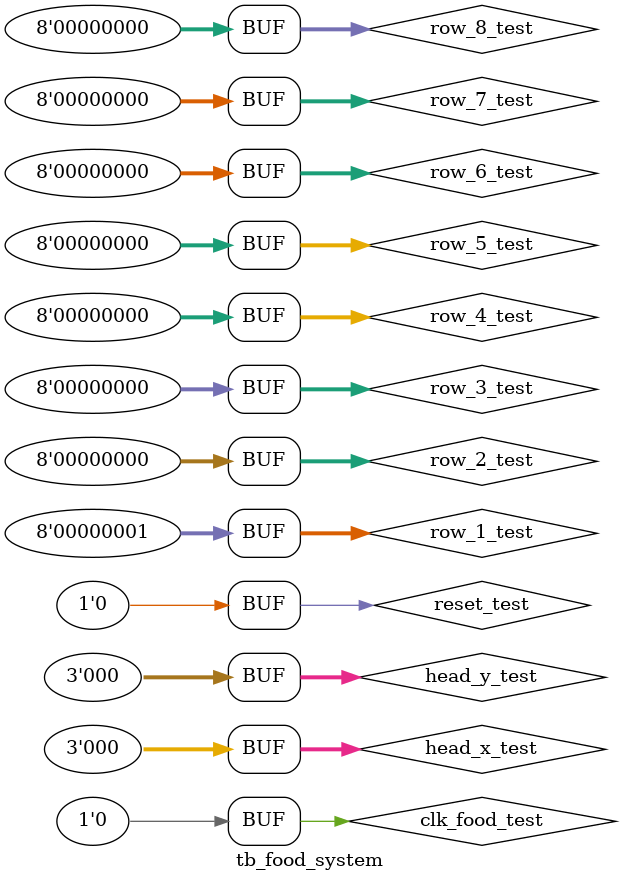
<source format=v>
module tb_food_system();

reg [7:0] row_1_test,row_2_test,row_3_test,row_4_test,row_5_test,row_6_test,row_7_test,row_8_test;
reg [2:0] head_x_test,head_y_test;
reg clk_food_test,reset_test;

wire food_collide_test,new_food_collision_test;

wire [2:0] food_y_test;
wire [2:0] food_x_test;

food_system port_map(

.row_1(row_1_test),
.row_2(row_2_test),
.row_3(row_3_test),
.row_4(row_4_test),
.row_5(row_5_test),
.row_6(row_6_test),
.row_7(row_7_test),
.row_8(row_8_test),
.head_x(head_x_test),
.head_y(head_y_test),
.clk_food(clk_food_test),
.reset(reset_test),
.food_collide(food_collide_test),
.new_food_collision(new_food_collision_test),
.food_y(food_y_test),
.food_x(food_x_test)
);

initial begin
row_1_test = 8'b0;
row_2_test = 8'b0;
row_3_test = 8'b0;
row_4_test = 8'b0;
row_5_test = 8'b0;
row_6_test = 8'b0;
row_7_test = 8'b0;
row_8_test = 8'b0;
head_x_test = 8'b0;
head_y_test = 8'b0;
clk_food_test = 0;
reset_test = 0;
#5;
reset_test = 1;
#5;
reset_test = 0;
end

always begin
clk_food_test = 1;
#5;
clk_food_test = 0;
#5;
clk_food_test = 1;
#5;
clk_food_test = 0;
#5;

head_x_test = 3'b101;
head_y_test = 3'b011;

#5;
clk_food_test = 1;
#5;
clk_food_test = 0;
#5;

row_1_test = 8'b1;
row_2_test = 8'b0;
row_3_test = 8'b0;
row_4_test = 8'b0;
row_5_test = 8'b0;
row_6_test = 8'b0;
row_7_test = 8'b0;
row_8_test = 8'b0;
head_x_test = 8'b0;
head_y_test = 8'b0;
end
endmodule
</source>
